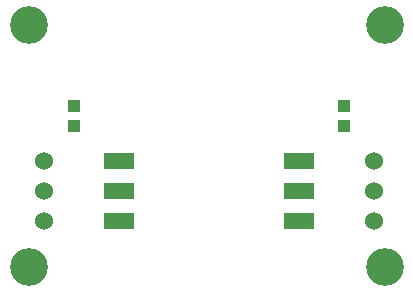
<source format=gts>
G75*
%MOIN*%
%OFA0B0*%
%FSLAX25Y25*%
%IPPOS*%
%LPD*%
%AMOC8*
5,1,8,0,0,1.08239X$1,22.5*
%
%ADD10C,0.12598*%
%ADD11C,0.06000*%
%ADD12R,0.04331X0.03937*%
%ADD13R,0.10000X0.05512*%
D10*
X0011800Y0011485D03*
X0011800Y0092115D03*
X0130501Y0092115D03*
X0130383Y0011485D03*
D11*
X0126800Y0026800D03*
X0126800Y0036800D03*
X0126800Y0046800D03*
X0016800Y0046800D03*
X0016800Y0036800D03*
X0016800Y0026800D03*
D12*
X0026800Y0058454D03*
X0026800Y0065146D03*
X0116800Y0065146D03*
X0116800Y0058454D03*
D13*
X0101761Y0046800D03*
X0101761Y0036800D03*
X0101761Y0026800D03*
X0041839Y0026800D03*
X0041839Y0036800D03*
X0041839Y0046800D03*
M02*

</source>
